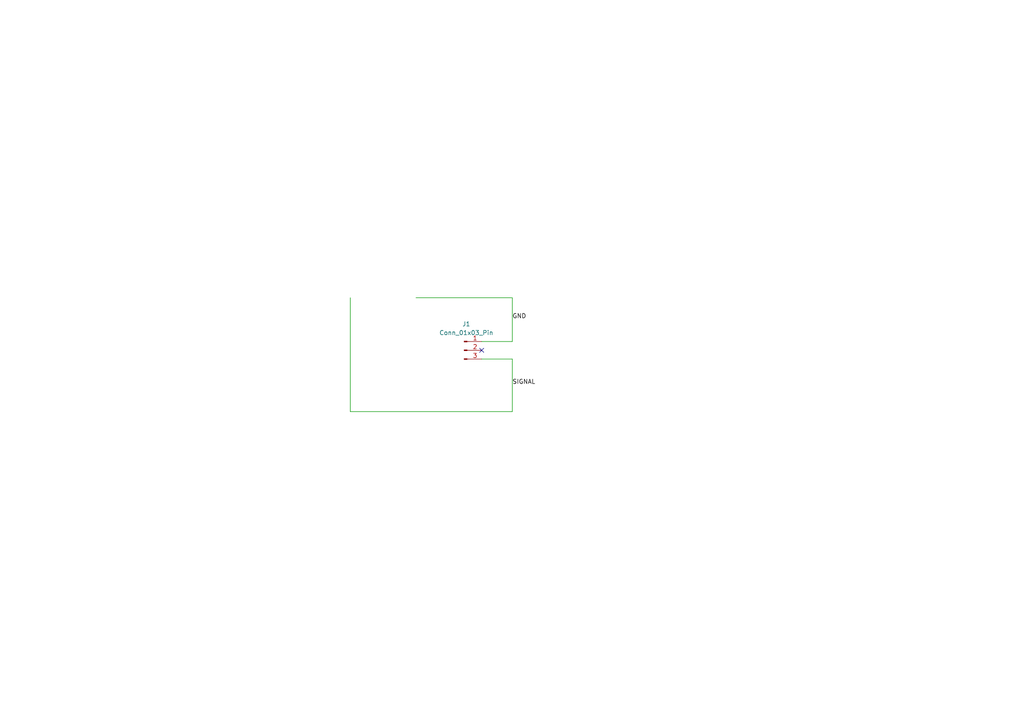
<source format=kicad_sch>
(kicad_sch (version 20231120) (generator "eeschema") (generator_version "8.0")
  (paper "A4")
  (title_block (title "BitMakeLab Button") (date "2024-05-13") (rev "1") (company "Think Create Learn"))
  (lib_symbols
    (symbol "Connector:Conn_01x03_Pin" (pin_names (offset 1.016) hide)
      (property "Reference" "J" (at 0 5.08 0))
      (property "Value" "Conn_01x03_Pin" (at 0 -5.08 0))
      (symbol "Conn_01x03_Pin_1_1"
        (polyline (pts (xy 1.27 -2.54) (xy 0.8636 -2.54)) (stroke (width 0.1524)))
        (polyline (pts (xy 1.27 0) (xy 0.8636 0)) (stroke (width 0.1524)))
        (polyline (pts (xy 1.27 2.54) (xy 0.8636 2.54)) (stroke (width 0.1524)))
        (rectangle (start 0.8636 -2.413) (end 0 -2.667) (stroke (width 0.1524)) (fill (type outline)))
        (rectangle (start 0.8636 0.127) (end 0 -0.127) (stroke (width 0.1524)) (fill (type outline)))
        (rectangle (start 0.8636 2.667) (end 0 2.413) (stroke (width 0.1524)) (fill (type outline)))
        (pin passive line (at 5.08 2.54 180) (length 3.81) (name "Pin_1") (number "1"))
        (pin passive line (at 5.08 0 180) (length 3.81) (name "Pin_2") (number "2"))
        (pin passive line (at 5.08 -2.54 180) (length 3.81) (name "Pin_3") (number "3"))
      )
    )
  )
  (no_connect (at 139.7 101.6))
  (wire (pts (xy 148.59 99.06) (xy 148.59 86.36)))
  (wire (pts (xy 101.6 119.38) (xy 101.6 86.36)))
  (wire (pts (xy 120.65 86.36) (xy 148.59 86.36)))
  (wire (pts (xy 139.7 99.06) (xy 148.59 99.06)))
  (wire (pts (xy 148.59 104.14) (xy 148.59 119.38)))
  (wire (pts (xy 148.59 119.38) (xy 101.6 119.38)))
  (wire (pts (xy 139.7 104.14) (xy 148.59 104.14)))
  (label "SIGNAL" (at 148.59 111.76 0))
  (label "GND" (at 148.59 92.71 0))
  (symbol (lib_id "Connector:Conn_01x03_Pin") (at 134.62 101.6 0) (unit 1)
    (property "Reference" "J1" (at 135.255 93.98 0))
    (property "Value" "Conn_01x03_Pin" (at 135.255 96.52 0))
    (property "Footprint" "Connector_PinHeader_2.54mm:PinHeader_1x03_P2.54mm_Vertical" (effects (hide yes)))
    (property "Description" "Generic connector, single row, 01x03, script generated" (effects (hide yes)))
  )
)
</source>
